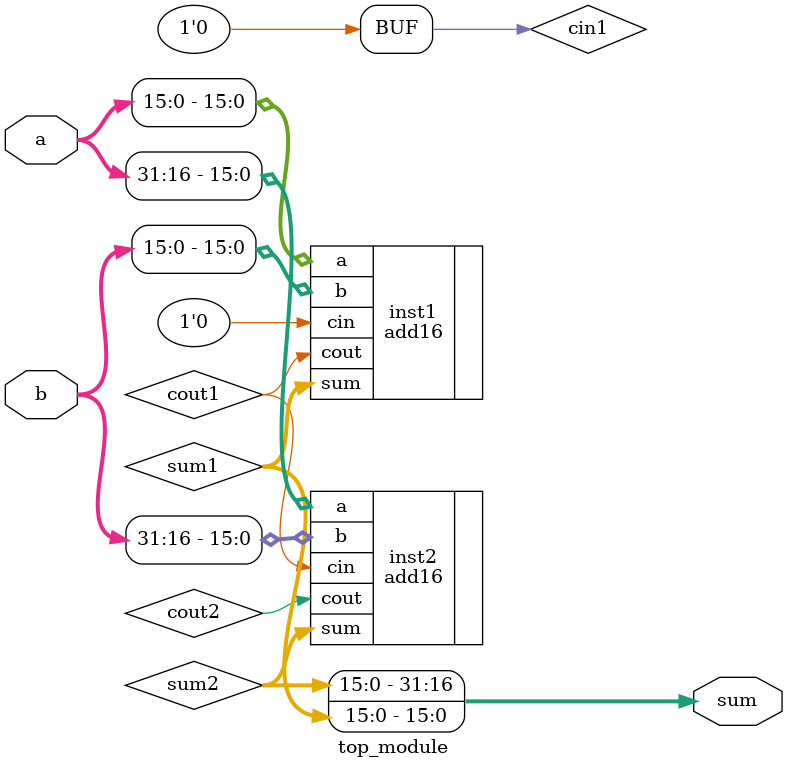
<source format=v>
module top_module(
    input [31:0] a,
    input [31:0] b,
    output [31:0] sum
);

    wire cin1, cout1, cout2;
    wire [15:0] sum1, sum2;
    assign cin1 = 0;
    
    add16 inst1(
        .a (a[15:0]),
        .b (b[15:0]),
        .cin (cin1),
        .cout (cout1),
        .sum (sum1)
    );
    
    add16 inst2(
        .a (a[31:16]),
        .b (b[31:16]),
        .cin (cout1),
        .cout (cout2),
        .sum (sum2)
    );
    
    assign sum = {sum2,sum1};
    
endmodule

</source>
